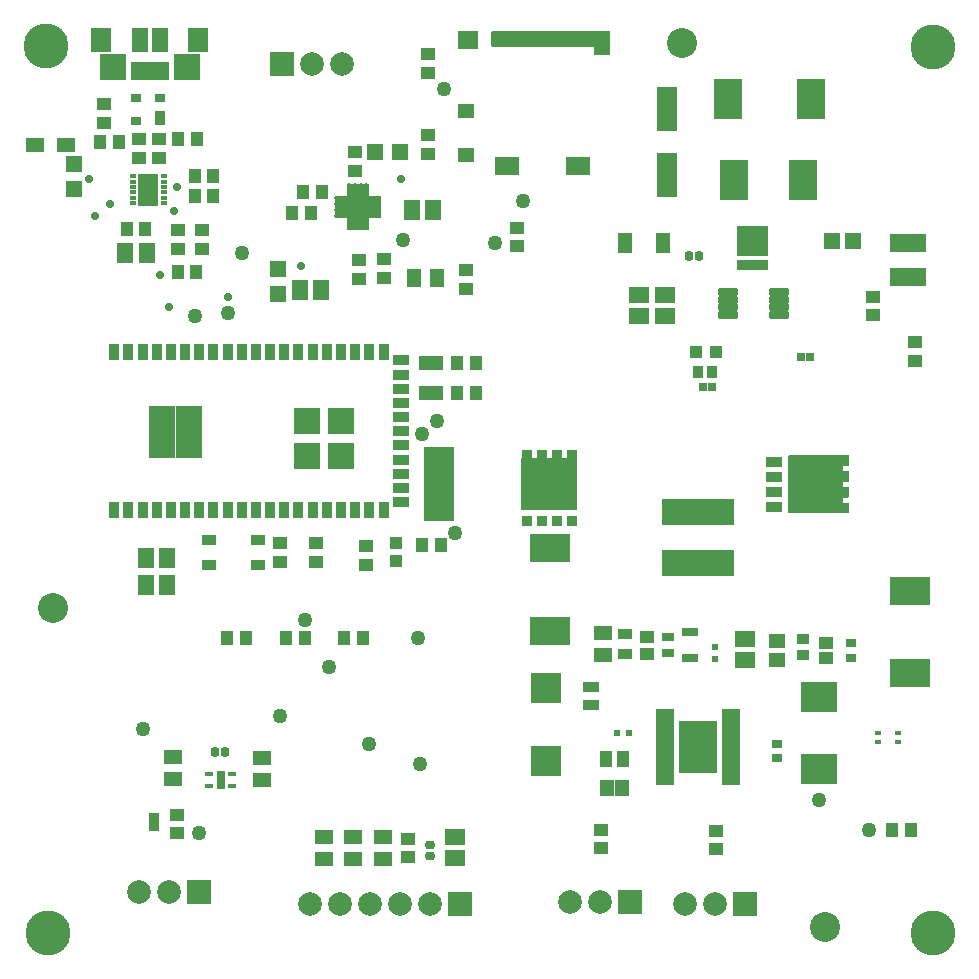
<source format=gts>
G04*
G04 #@! TF.GenerationSoftware,Altium Limited,Altium Designer,21.9.2 (33)*
G04*
G04 Layer_Color=8388736*
%FSLAX25Y25*%
%MOIN*%
G70*
G04*
G04 #@! TF.SameCoordinates,1119CAD8-5D3F-4E39-9046-3B092D1BD9E9*
G04*
G04*
G04 #@! TF.FilePolarity,Negative*
G04*
G01*
G75*
%ADD26R,0.03543X0.02953*%
%ADD27R,0.05733X0.02977*%
%ADD28R,0.02362X0.01968*%
%ADD36R,0.01968X0.02362*%
%ADD41R,0.04638X0.05339*%
%ADD42R,0.04152X0.05339*%
%ADD43R,0.05733X0.04940*%
%ADD45R,0.01968X0.01575*%
%ADD46R,0.05315X0.03740*%
%ADD56C,0.05000*%
%ADD76R,0.04528X0.06693*%
%ADD80R,0.05542X0.05756*%
%ADD82R,0.09500X0.13500*%
%ADD96R,0.06418X0.25394*%
%ADD97R,0.06443X0.25333*%
%ADD98R,0.09938X0.24911*%
%ADD99R,0.03198X0.06499*%
%ADD100R,0.37030X0.05286*%
%ADD101R,0.07633X0.15554*%
%ADD102R,0.15548X0.07590*%
%ADD103R,0.12620X0.06131*%
%ADD104R,0.10096X0.02965*%
%ADD105R,0.02559X0.01378*%
%ADD106R,0.02559X0.01378*%
%ADD107O,0.06312X0.02178*%
%ADD108R,0.06587X0.05367*%
%ADD109R,0.05524X0.03359*%
%ADD110R,0.04934X0.04343*%
%ADD111R,0.04343X0.03556*%
%ADD112R,0.04500X0.03800*%
%ADD113R,0.06194X0.04737*%
%ADD114R,0.03950X0.03162*%
%ADD115R,0.04737X0.03950*%
%ADD116R,0.03458X0.03753*%
%ADD117R,0.03458X0.03379*%
%ADD118R,0.18556X0.17710*%
%ADD119R,0.24422X0.08713*%
%ADD120R,0.13202X0.09461*%
%ADD121R,0.12217X0.10249*%
%ADD122R,0.12611X0.17335*%
%ADD123R,0.10446X0.10052*%
%ADD124R,0.04343X0.04737*%
%ADD125C,0.10000*%
%ADD126R,0.02375X0.06115*%
%ADD127R,0.07099X0.08280*%
%ADD128R,0.09068X0.08674*%
%ADD129R,0.05524X0.08280*%
%ADD130R,0.05328X0.06509*%
%ADD131R,0.04619X0.04343*%
%ADD132R,0.02756X0.06299*%
%ADD133R,0.04934X0.03359*%
G04:AMPARAMS|DCode=134|XSize=31.62mil|YSize=29.26mil|CornerRadius=9.63mil|HoleSize=0mil|Usage=FLASHONLY|Rotation=90.000|XOffset=0mil|YOffset=0mil|HoleType=Round|Shape=RoundedRectangle|*
%AMROUNDEDRECTD134*
21,1,0.03162,0.00999,0,0,90.0*
21,1,0.01235,0.02926,0,0,90.0*
1,1,0.01927,0.00500,0.00618*
1,1,0.01927,0.00500,-0.00618*
1,1,0.01927,-0.00500,-0.00618*
1,1,0.01927,-0.00500,0.00618*
%
%ADD134ROUNDEDRECTD134*%
%ADD135R,0.03556X0.05524*%
%ADD136R,0.08874X0.08874*%
%ADD137R,0.04737X0.04343*%
%ADD138R,0.08674X0.08674*%
%ADD139R,0.07102X0.10646*%
%ADD140R,0.02375X0.01784*%
%ADD141R,0.03556X0.04737*%
%ADD142O,0.01654X0.03898*%
%ADD143R,0.07244X0.07244*%
G04:AMPARAMS|DCode=144|XSize=31.62mil|YSize=29.26mil|CornerRadius=9.63mil|HoleSize=0mil|Usage=FLASHONLY|Rotation=180.000|XOffset=0mil|YOffset=0mil|HoleType=Round|Shape=RoundedRectangle|*
%AMROUNDEDRECTD144*
21,1,0.03162,0.00999,0,0,180.0*
21,1,0.01235,0.02926,0,0,180.0*
1,1,0.01927,-0.00618,0.00500*
1,1,0.01927,0.00618,0.00500*
1,1,0.01927,0.00618,-0.00500*
1,1,0.01927,-0.00618,-0.00500*
%
%ADD144ROUNDEDRECTD144*%
%ADD145R,0.06587X0.05170*%
%ADD146O,0.03898X0.01654*%
%ADD147R,0.05524X0.04737*%
%ADD148R,0.06902X0.06115*%
%ADD149R,0.03556X0.04147*%
%ADD150R,0.06587X0.05328*%
%ADD151R,0.02572X0.02572*%
%ADD152R,0.03910X0.04461*%
G04:AMPARAMS|DCode=153|XSize=65.87mil|YSize=26.9mil|CornerRadius=6.36mil|HoleSize=0mil|Usage=FLASHONLY|Rotation=180.000|XOffset=0mil|YOffset=0mil|HoleType=Round|Shape=RoundedRectangle|*
%AMROUNDEDRECTD153*
21,1,0.06587,0.01417,0,0,180.0*
21,1,0.05315,0.02690,0,0,180.0*
1,1,0.01272,-0.02657,0.00709*
1,1,0.01272,0.02657,0.00709*
1,1,0.01272,0.02657,-0.00709*
1,1,0.01272,-0.02657,-0.00709*
%
%ADD153ROUNDEDRECTD153*%
%ADD154R,0.04147X0.05131*%
%ADD155R,0.05406X0.07887*%
%ADD156R,0.07099X0.14580*%
%ADD157R,0.11863X0.06194*%
%ADD158R,0.08280X0.05131*%
%ADD159R,0.03753X0.05131*%
%ADD160R,0.08280X0.06115*%
%ADD161R,0.05524X0.03556*%
%ADD162R,0.03556X0.03162*%
%ADD163R,0.05524X0.05524*%
%ADD164R,0.05524X0.05524*%
%ADD165R,0.03950X0.03950*%
%ADD166R,0.06312X0.04737*%
%ADD167R,0.04934X0.06312*%
%ADD168R,0.06391X0.04737*%
%ADD169R,0.03162X0.03123*%
%ADD170R,0.02769X0.03280*%
%ADD171R,0.09461X0.13202*%
%ADD172C,0.07887*%
%ADD173R,0.07887X0.07887*%
%ADD174C,0.04760*%
%ADD175R,0.04760X0.04760*%
%ADD176C,0.14973*%
%ADD177C,0.02800*%
G36*
X249982Y235659D02*
X239549D01*
Y245541D01*
X249982D01*
Y235659D01*
D02*
G37*
G36*
X276730Y169120D02*
X276782Y169110D01*
X276831Y169093D01*
X276878Y169070D01*
X276922Y169041D01*
X276961Y169006D01*
X276996Y168967D01*
X277025Y168923D01*
X277048Y168876D01*
X277065Y168826D01*
X277075Y168775D01*
X277079Y168723D01*
Y165967D01*
X277075Y165914D01*
X277065Y165863D01*
X277048Y165813D01*
X277025Y165766D01*
X276996Y165723D01*
X276961Y165683D01*
X276922Y165649D01*
X276878Y165620D01*
X276831Y165596D01*
X276782Y165579D01*
X276730Y165569D01*
X276678Y165566D01*
X275110D01*
Y163868D01*
X276678D01*
X276730Y163864D01*
X276782Y163854D01*
X276831Y163837D01*
X276878Y163814D01*
X276922Y163785D01*
X276961Y163750D01*
X276996Y163711D01*
X277025Y163667D01*
X277048Y163620D01*
X277065Y163570D01*
X277075Y163519D01*
X277079Y163467D01*
Y160711D01*
X277075Y160659D01*
X277065Y160607D01*
X277048Y160557D01*
X277025Y160510D01*
X276996Y160467D01*
X276961Y160427D01*
X276922Y160393D01*
X276878Y160364D01*
X276831Y160340D01*
X276782Y160324D01*
X276730Y160313D01*
X276678Y160310D01*
X275110D01*
Y158631D01*
X276678D01*
X276730Y158628D01*
X276782Y158618D01*
X276831Y158601D01*
X276878Y158578D01*
X276922Y158549D01*
X276961Y158514D01*
X276996Y158475D01*
X277025Y158431D01*
X277048Y158384D01*
X277065Y158334D01*
X277075Y158283D01*
X277079Y158230D01*
Y155475D01*
X277075Y155422D01*
X277065Y155371D01*
X277048Y155321D01*
X277025Y155274D01*
X276996Y155231D01*
X276961Y155191D01*
X276922Y155157D01*
X276878Y155128D01*
X276831Y155104D01*
X276782Y155087D01*
X276730Y155077D01*
X276678Y155074D01*
X275110D01*
Y153375D01*
X276678D01*
X276730Y153372D01*
X276782Y153362D01*
X276831Y153345D01*
X276878Y153322D01*
X276922Y153293D01*
X276961Y153258D01*
X276996Y153219D01*
X277025Y153175D01*
X277048Y153128D01*
X277065Y153078D01*
X277075Y153027D01*
X277079Y152975D01*
Y150219D01*
X277075Y150166D01*
X277065Y150115D01*
X277048Y150065D01*
X277025Y150018D01*
X276996Y149975D01*
X276961Y149935D01*
X276922Y149901D01*
X276878Y149872D01*
X276831Y149848D01*
X276782Y149831D01*
X276730Y149821D01*
X276678Y149818D01*
X256993D01*
X256941Y149821D01*
X256889Y149831D01*
X256840Y149848D01*
X256792Y149872D01*
X256749Y149901D01*
X256710Y149935D01*
X256675Y149975D01*
X256646Y150018D01*
X256623Y150065D01*
X256606Y150115D01*
X256595Y150166D01*
X256592Y150219D01*
Y168723D01*
X256595Y168775D01*
X256606Y168826D01*
X256623Y168876D01*
X256646Y168923D01*
X256675Y168967D01*
X256710Y169006D01*
X256749Y169041D01*
X256792Y169070D01*
X256840Y169093D01*
X256889Y169110D01*
X256941Y169120D01*
X256993Y169123D01*
X276678D01*
X276730Y169120D01*
D02*
G37*
D26*
X253110Y68209D02*
D03*
Y72933D02*
D03*
X277654Y106437D02*
D03*
Y101713D02*
D03*
D27*
X224151Y110164D02*
D03*
Y101699D02*
D03*
D28*
X232283Y105341D02*
D03*
Y101404D02*
D03*
D36*
X203645Y76603D02*
D03*
X199708D02*
D03*
D41*
X196204Y58110D02*
D03*
X201433D02*
D03*
D42*
X195961Y68012D02*
D03*
X201676D02*
D03*
D43*
X253110Y107283D02*
D03*
Y100781D02*
D03*
D45*
X286575Y73453D02*
D03*
Y76603D02*
D03*
X293465Y73453D02*
D03*
Y76603D02*
D03*
D46*
X190945Y91909D02*
D03*
Y86004D02*
D03*
D56*
X60197Y43307D02*
D03*
X266828Y54134D02*
D03*
X133273Y108268D02*
D03*
X133858Y66317D02*
D03*
X116969Y72835D02*
D03*
X95669Y114173D02*
D03*
X87402Y82284D02*
D03*
X74585Y236614D02*
D03*
X69871Y216535D02*
D03*
X59055Y215551D02*
D03*
X283749Y44331D02*
D03*
X145669Y143232D02*
D03*
X158911Y240059D02*
D03*
X103662Y98425D02*
D03*
X128486Y240945D02*
D03*
X142064Y291144D02*
D03*
X41514Y77756D02*
D03*
X139736Y180720D02*
D03*
X134646Y176249D02*
D03*
X168407Y253937D02*
D03*
D76*
X202461Y239758D02*
D03*
X214862D02*
D03*
D80*
X278365Y240600D02*
D03*
X271262D02*
D03*
D82*
X261717Y260991D02*
D03*
X238717D02*
D03*
D96*
X237725Y71866D02*
D03*
D97*
X215733Y71850D02*
D03*
D98*
X140189Y159562D02*
D03*
D99*
X45466Y46760D02*
D03*
D100*
X176167Y308009D02*
D03*
D101*
X113193Y251966D02*
D03*
D102*
X113189Y251969D02*
D03*
D103*
X43968Y297202D02*
D03*
D104*
X244729Y232626D02*
D03*
D105*
X63779Y62992D02*
D03*
Y59055D02*
D03*
X71457D02*
D03*
D106*
X71457Y62992D02*
D03*
D107*
X237748Y78248D02*
D03*
Y60335D02*
D03*
Y62894D02*
D03*
Y65453D02*
D03*
Y70571D02*
D03*
Y73130D02*
D03*
Y80807D02*
D03*
Y83366D02*
D03*
X215701Y62894D02*
D03*
Y65453D02*
D03*
Y68012D02*
D03*
Y70571D02*
D03*
Y73130D02*
D03*
Y75689D02*
D03*
Y78248D02*
D03*
Y80807D02*
D03*
Y83366D02*
D03*
Y60335D02*
D03*
X237748Y75689D02*
D03*
Y68012D02*
D03*
D108*
X242284Y100866D02*
D03*
Y107795D02*
D03*
D109*
X274194Y167371D02*
D03*
Y162071D02*
D03*
Y156871D02*
D03*
Y151571D02*
D03*
X252072Y151971D02*
D03*
Y156971D02*
D03*
Y161971D02*
D03*
Y166971D02*
D03*
D110*
X269264Y106732D02*
D03*
Y101417D02*
D03*
D111*
X261811Y102559D02*
D03*
Y108071D02*
D03*
D112*
X202432Y109599D02*
D03*
Y102999D02*
D03*
D113*
X194882Y110029D02*
D03*
Y102667D02*
D03*
D114*
X216535Y103373D02*
D03*
Y108491D02*
D03*
D115*
X209720Y108661D02*
D03*
Y102756D02*
D03*
D116*
X184673Y147354D02*
D03*
X179722D02*
D03*
X174526D02*
D03*
X169575D02*
D03*
D117*
X184673Y169215D02*
D03*
X179722D02*
D03*
X174526D02*
D03*
X169575D02*
D03*
D118*
X177124Y159471D02*
D03*
D119*
X226725Y133177D02*
D03*
Y150106D02*
D03*
D120*
X177339Y138264D02*
D03*
Y110705D02*
D03*
X297252Y124028D02*
D03*
Y96469D02*
D03*
D121*
X266828Y64595D02*
D03*
Y88610D02*
D03*
D122*
X226725Y71850D02*
D03*
D123*
X175839Y91654D02*
D03*
Y67244D02*
D03*
D124*
X297598Y44331D02*
D03*
X42492Y244488D02*
D03*
X27362Y273622D02*
D03*
X91339Y250000D02*
D03*
X65158Y262140D02*
D03*
X59730Y274690D02*
D03*
X152522Y189961D02*
D03*
Y199803D02*
D03*
X59462Y230315D02*
D03*
X53163D02*
D03*
X291299Y44331D02*
D03*
X114870Y108268D02*
D03*
X108571D02*
D03*
X97638Y250000D02*
D03*
X89370Y108268D02*
D03*
X95669D02*
D03*
X69685D02*
D03*
X75984D02*
D03*
X140945Y139173D02*
D03*
X134646D02*
D03*
X146222Y199803D02*
D03*
Y189961D02*
D03*
X101356Y256825D02*
D03*
X95057D02*
D03*
X58858Y255668D02*
D03*
X65158D02*
D03*
X58858Y262140D02*
D03*
X33661Y273622D02*
D03*
X53431Y274690D02*
D03*
X36193Y244488D02*
D03*
D125*
X11811Y118110D02*
D03*
X221457Y306671D02*
D03*
X269115Y11811D02*
D03*
D126*
X38840Y297209D02*
D03*
X41399D02*
D03*
X43958D02*
D03*
X46517D02*
D03*
X49076D02*
D03*
D127*
X60100Y307740D02*
D03*
X27817D02*
D03*
D128*
X56163Y298488D02*
D03*
X31754D02*
D03*
D129*
X47305Y307740D02*
D03*
X40612D02*
D03*
D130*
X42695Y125984D02*
D03*
Y134843D02*
D03*
X100984Y224409D02*
D03*
X42886Y236614D02*
D03*
X138386Y250984D02*
D03*
X131299D02*
D03*
X93898Y224409D02*
D03*
X49782Y134843D02*
D03*
Y125984D02*
D03*
X35799Y236614D02*
D03*
D131*
X53150Y43276D02*
D03*
X194398Y44331D02*
D03*
X232784Y43937D02*
D03*
X284921Y215883D02*
D03*
Y221867D02*
D03*
X194398Y38346D02*
D03*
X53150Y49260D02*
D03*
X232784Y37953D02*
D03*
X129921Y41386D02*
D03*
Y35402D02*
D03*
D132*
X67618Y61024D02*
D03*
D133*
X63681Y132579D02*
D03*
X80020D02*
D03*
X63681Y141043D02*
D03*
X80020D02*
D03*
D134*
X69016Y70366D02*
D03*
X223701Y235736D02*
D03*
X227087D02*
D03*
X65630Y70366D02*
D03*
D135*
X32065Y150787D02*
D03*
Y203543D02*
D03*
X74585Y150787D02*
D03*
X107656D02*
D03*
X74585Y203543D02*
D03*
X121829Y150787D02*
D03*
Y203543D02*
D03*
X36789Y150787D02*
D03*
X41514D02*
D03*
X46238D02*
D03*
X50963D02*
D03*
X55687D02*
D03*
X60411D02*
D03*
X65136D02*
D03*
X69860D02*
D03*
X79309D02*
D03*
X84034D02*
D03*
X88758D02*
D03*
X93482D02*
D03*
X98207D02*
D03*
X102931D02*
D03*
X112380D02*
D03*
X117104D02*
D03*
Y203543D02*
D03*
X112380D02*
D03*
X107656D02*
D03*
X102931D02*
D03*
X98207D02*
D03*
X93482D02*
D03*
X88758D02*
D03*
X84034D02*
D03*
X79309D02*
D03*
X69860D02*
D03*
X65136D02*
D03*
X60411D02*
D03*
X55687D02*
D03*
X50963D02*
D03*
X46238D02*
D03*
X41514D02*
D03*
X36789D02*
D03*
D136*
X48108Y181278D02*
D03*
Y172687D02*
D03*
X56840D02*
D03*
Y181278D02*
D03*
D137*
X99410Y139961D02*
D03*
X28543Y286118D02*
D03*
X113673Y227854D02*
D03*
X53283Y237992D02*
D03*
X122024Y228150D02*
D03*
X149372Y231004D02*
D03*
X136811Y269488D02*
D03*
X298949Y200484D02*
D03*
Y206783D02*
D03*
X149372Y224705D02*
D03*
X113673Y234154D02*
D03*
X166339Y245057D02*
D03*
Y238758D02*
D03*
X136811Y296591D02*
D03*
Y302890D02*
D03*
Y275787D02*
D03*
X116142Y132677D02*
D03*
Y138976D02*
D03*
X99410Y133661D02*
D03*
X87402Y139961D02*
D03*
Y133661D02*
D03*
X112380Y263869D02*
D03*
Y270168D02*
D03*
X122024Y234449D02*
D03*
X61234Y237992D02*
D03*
Y244291D02*
D03*
X53283D02*
D03*
X28543Y279819D02*
D03*
X40400Y274690D02*
D03*
Y268390D02*
D03*
X46900D02*
D03*
Y274690D02*
D03*
D138*
X96360Y180467D02*
D03*
Y168955D02*
D03*
X107600D02*
D03*
Y180467D02*
D03*
D139*
X43485Y257711D02*
D03*
D140*
X38170Y255053D02*
D03*
Y262140D02*
D03*
Y260368D02*
D03*
Y258597D02*
D03*
Y256825D02*
D03*
Y253282D02*
D03*
X48800D02*
D03*
Y255053D02*
D03*
Y256825D02*
D03*
Y258597D02*
D03*
Y260368D02*
D03*
Y262140D02*
D03*
D141*
X47325Y281440D02*
D03*
D142*
X112205Y246161D02*
D03*
X110236Y257776D02*
D03*
X114173Y246161D02*
D03*
X116142Y257776D02*
D03*
X114173D02*
D03*
X112205D02*
D03*
X110236Y246161D02*
D03*
X116142D02*
D03*
D143*
X113189Y251969D02*
D03*
D144*
X137311Y39094D02*
D03*
Y35709D02*
D03*
D145*
X145669Y41929D02*
D03*
Y34843D02*
D03*
D146*
X118996Y254921D02*
D03*
Y249016D02*
D03*
Y250984D02*
D03*
Y252953D02*
D03*
X107382Y254921D02*
D03*
Y252953D02*
D03*
Y250984D02*
D03*
Y249016D02*
D03*
D147*
X149372Y269270D02*
D03*
Y283837D02*
D03*
D148*
X150061Y307557D02*
D03*
D149*
X226725Y197052D02*
D03*
X231252D02*
D03*
D150*
X206868Y215660D02*
D03*
X215807Y222589D02*
D03*
Y215660D02*
D03*
X206868Y222589D02*
D03*
D151*
X260922Y201772D02*
D03*
X231491Y191929D02*
D03*
X228342D02*
D03*
X264072Y201772D02*
D03*
D152*
X232559Y203634D02*
D03*
X226102D02*
D03*
D153*
X236597Y223560D02*
D03*
X253526D02*
D03*
X236597Y215883D02*
D03*
Y218442D02*
D03*
Y221001D02*
D03*
X253526D02*
D03*
Y218442D02*
D03*
Y215883D02*
D03*
D154*
X181400Y308049D02*
D03*
X185730D02*
D03*
X177069D02*
D03*
X172738D02*
D03*
X168407D02*
D03*
X164077D02*
D03*
X159746D02*
D03*
D155*
X194628Y306671D02*
D03*
D156*
X216307Y262598D02*
D03*
Y284646D02*
D03*
D157*
X296776Y239926D02*
D03*
Y228745D02*
D03*
D158*
X137795Y189961D02*
D03*
Y199803D02*
D03*
D159*
X189864Y308049D02*
D03*
D160*
X163152Y265431D02*
D03*
X186655D02*
D03*
D161*
X127502Y153528D02*
D03*
Y162976D02*
D03*
Y167701D02*
D03*
Y172425D02*
D03*
Y177150D02*
D03*
Y181874D02*
D03*
Y186598D02*
D03*
Y191323D02*
D03*
Y196047D02*
D03*
Y200772D02*
D03*
Y158252D02*
D03*
D162*
X39451Y288133D02*
D03*
X47325D02*
D03*
X39451Y280653D02*
D03*
D163*
X127165Y270168D02*
D03*
X118898D02*
D03*
D164*
X18701Y258006D02*
D03*
Y266274D02*
D03*
X86614Y231299D02*
D03*
Y223031D02*
D03*
D165*
X125984Y139764D02*
D03*
Y133858D02*
D03*
D166*
X15914Y272638D02*
D03*
X5678D02*
D03*
D167*
X139567Y228346D02*
D03*
X132087D02*
D03*
D168*
X101862Y34705D02*
D03*
Y42067D02*
D03*
X111721Y34705D02*
D03*
Y42067D02*
D03*
X121563D02*
D03*
Y34705D02*
D03*
X81193Y68386D02*
D03*
Y61024D02*
D03*
X51665Y68642D02*
D03*
Y61279D02*
D03*
D169*
X45459Y48413D02*
D03*
Y45106D02*
D03*
D170*
X246045Y232608D02*
D03*
X243486D02*
D03*
X240927D02*
D03*
X248604D02*
D03*
D171*
X264368Y287805D02*
D03*
X236809D02*
D03*
D172*
X97284Y19685D02*
D03*
X107283D02*
D03*
X117283D02*
D03*
X137284D02*
D03*
X127284D02*
D03*
X40197Y23622D02*
D03*
X50197D02*
D03*
X98000Y299740D02*
D03*
X108000D02*
D03*
X232283Y19685D02*
D03*
X222284D02*
D03*
X193898Y20169D02*
D03*
X183898D02*
D03*
D173*
X147283Y19685D02*
D03*
X60197Y23622D02*
D03*
X88000Y299740D02*
D03*
X242284Y19685D02*
D03*
X203898Y20169D02*
D03*
D174*
X137716Y149528D02*
D03*
Y159528D02*
D03*
Y164528D02*
D03*
X142717Y149528D02*
D03*
X137716Y154528D02*
D03*
X142717Y159528D02*
D03*
Y154528D02*
D03*
Y164528D02*
D03*
Y169528D02*
D03*
D175*
X137716D02*
D03*
D176*
X9843Y9843D02*
D03*
X305118D02*
D03*
X9252Y305709D02*
D03*
X305118Y305118D02*
D03*
D177*
X222788Y77756D02*
D03*
X230662D02*
D03*
X226725D02*
D03*
Y73819D02*
D03*
X230662D02*
D03*
X222788D02*
D03*
X226725Y69882D02*
D03*
X230662D02*
D03*
X222788D02*
D03*
X226725Y65945D02*
D03*
X230662D02*
D03*
X222788D02*
D03*
X25567Y248773D02*
D03*
X41517Y254168D02*
D03*
Y261254D02*
D03*
Y257711D02*
D03*
X45454Y261254D02*
D03*
Y257711D02*
D03*
Y254168D02*
D03*
X50197Y218504D02*
D03*
X69882Y221933D02*
D03*
X52112Y250443D02*
D03*
X30512Y252953D02*
D03*
X23622Y261254D02*
D03*
X52982Y258597D02*
D03*
X47300Y229331D02*
D03*
X94488Y232283D02*
D03*
X127502Y261254D02*
D03*
M02*

</source>
